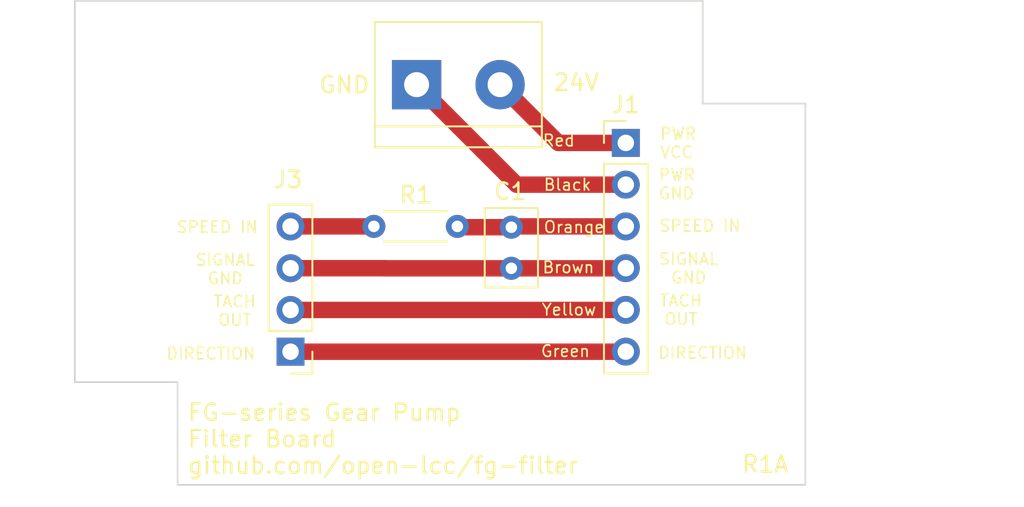
<source format=kicad_pcb>
(kicad_pcb (version 20221018) (generator pcbnew)
  (layers (0 "F.Cu" signal) (31 "B.Cu" signal) (34 "B.Paste" user) (35 "F.Paste" user) (36 "B.SilkS" user "B.Silkscreen") (37 "F.SilkS" user "F.Silkscreen") (38 "B.Mask" user) (39 "F.Mask" user) (44 "Edge.Cuts" user))
  (net 0 "")
  (net 1 "Net-(J3-SPEED_IN)")
  (net 2 "Net-(J1-SIGNAL_GND)")
  (net 3 "Net-(J1-PWR_VCC)")
  (net 4 "Net-(J1-PWR_GND)")
  (net 5 "Net-(J1-SPEED_IN)")
  (net 6 "Net-(J1-TACHO_OUT)")
  (net 7 "Net-(J1-DIRECTION)")
  (footprint "Connector_PinHeader_2.54mm:PinHeader_1x04_P2.54mm_Vertical" (layer "F.Cu") (at 44.5 92.1 180)
    (fp_text reference "J3" (at 0.15 10.475) (layer "F.SilkS"))
    (fp_text value "Screw_Terminal_01x04")
    (fp_line (start -1.33 -1.33) (end 0 -1.33) (stroke (width 0.12)) (layer "F.SilkS"))
    (fp_line (start -1.33 0) (end -1.33 -1.33) (stroke (width 0.12)) (layer "F.SilkS"))
    (fp_line (start -1.33 1.27) (end -1.33 8.95) (stroke (width 0.12)) (layer "F.SilkS"))
    (fp_line (start -1.33 1.27) (end 1.33 1.27) (stroke (width 0.12)) (layer "F.SilkS"))
    (fp_line (start -1.33 8.95) (end 1.33 8.95) (stroke (width 0.12)) (layer "F.SilkS"))
    (fp_line (start 1.33 1.27) (end 1.33 8.95) (stroke (width 0.12)) (layer "F.SilkS"))
    (pad "1" thru_hole rect (at 0 0 180) (size 1.7 1.7) (drill 1) (layers "*.Cu" "*.Mask") (net 7 "Net-(J1-DIRECTION)"))
    (pad "2" thru_hole oval (at 0 2.54 180) (size 1.7 1.7) (drill 1) (layers "*.Cu" "*.Mask") (net 6 "Net-(J1-TACHO_OUT)"))
    (pad "3" thru_hole oval (at 0 5.08 180) (size 1.7 1.7) (drill 1) (layers "*.Cu" "*.Mask") (net 2 "Net-(J1-SIGNAL_GND)"))
    (pad "4" thru_hole oval (at 0 7.62 180) (size 1.7 1.7) (drill 1) (layers "*.Cu" "*.Mask") (net 1 "Net-(J3-SPEED_IN)"))
  )
  (footprint "MountingHole:MountingHole_2.5mm" (layer "F.Cu") (at 66.075 97.2)
    (fp_text reference "H2" hide)
    (fp_text value "MountingHole")
    (pad "" np_thru_hole circle locked (at 0 0) (size 2.5 2.5) (drill 2.5) (layers "*.Cu" "*.Mask"))
  )
  (footprint "MountingHole:MountingHole_2.7mm" (layer "F.Cu") (at 72.6 82.125)
    (fp_text reference "REF**" hide)
    (fp_text value "MountingHole_2.7mm")
    (pad "" np_thru_hole circle locked (at 0 0) (size 2.7 2.7) (drill 2.7) (layers "F&B.Cu" "*.Mask"))
  )
  (footprint "Resistor_THT:R_Axial_DIN0204_L3.6mm_D1.6mm_P5.08mm_Horizontal" (layer "F.Cu") (at 49.57 84.475)
    (fp_text reference "R1" (at 2.54 -1.92) (layer "F.SilkS"))
    (fp_text value "R_Small")
    (fp_line (start 0.62 -0.92) (end 4.46 -0.92) (stroke (width 0.12)) (layer "F.SilkS"))
    (fp_line (start 0.62 0.92) (end 4.46 0.92) (stroke (width 0.12)) (layer "F.SilkS"))
    (pad "1" thru_hole circle (at 0 0) (size 1.4 1.4) (drill 0.7) (layers "*.Cu" "*.Mask") (net 1 "Net-(J3-SPEED_IN)"))
    (pad "2" thru_hole oval (at 5.08 0) (size 1.4 1.4) (drill 0.7) (layers "*.Cu" "*.Mask") (net 5 "Net-(J1-SPEED_IN)"))
  )
  (footprint "TerminalBlock:TerminalBlock_bornier-2_P5.08mm" (layer "F.Cu") (at 52.17 75.85)
    (fp_text reference "J2" hide)
    (fp_text value "Screw_Terminal_01x02" hide)
    (fp_line (start -2.54 -3.81) (end -2.54 3.81) (stroke (width 0.12)) (layer "F.SilkS"))
    (fp_line (start -2.54 3.81) (end 7.62 3.81) (stroke (width 0.12)) (layer "F.SilkS"))
    (fp_line (start 7.62 -3.81) (end -2.54 -3.81) (stroke (width 0.12)) (layer "F.SilkS"))
    (fp_line (start 7.62 2.54) (end -2.54 2.54) (stroke (width 0.12)) (layer "F.SilkS"))
    (fp_line (start 7.62 3.81) (end 7.62 -3.81) (stroke (width 0.12)) (layer "F.SilkS"))
    (pad "1" thru_hole rect (at 0 0) (size 3 3) (drill 1.52) (layers "*.Cu" "*.Mask") (net 4 "Net-(J1-PWR_GND)"))
    (pad "2" thru_hole circle (at 5.08 0) (size 3 3) (drill 1.52) (layers "*.Cu" "*.Mask") (net 3 "Net-(J1-PWR_VCC)"))
  )
  (footprint "Capacitor_THT:C_Rect_L4.6mm_W3.0mm_P2.50mm_MKS02_FKP02" (layer "F.Cu") (at 57.935 84.525 -90)
    (fp_text reference "C1" (at -2.175 0.075 -180) (layer "F.SilkS"))
    (fp_text value "C_Small")
    (fp_line (start -1.17 -1.62) (end -1.17 1.62) (stroke (width 0.12)) (layer "F.SilkS"))
    (fp_line (start -1.17 -1.62) (end 3.67 -1.62) (stroke (width 0.12)) (layer "F.SilkS"))
    (fp_line (start -1.17 1.62) (end 3.67 1.62) (stroke (width 0.12)) (layer "F.SilkS"))
    (fp_line (start 3.67 -1.62) (end 3.67 1.62) (stroke (width 0.12)) (layer "F.SilkS"))
    (pad "1" thru_hole circle (at 0 0 270) (size 1.4 1.4) (drill 0.7) (layers "*.Cu" "*.Mask") (net 5 "Net-(J1-SPEED_IN)"))
    (pad "2" thru_hole circle (at 2.5 0 270) (size 1.4 1.4) (drill 0.7) (layers "*.Cu" "*.Mask") (net 2 "Net-(J1-SIGNAL_GND)"))
  )
  (footprint "MountingHole:MountingHole_2.7mm" (layer "F.Cu") (at 72.55 89.725)
    (fp_text reference "REF**" hide)
    (fp_text value "MountingHole_2.7mm")
    (pad "" np_thru_hole circle locked (at 0 0) (size 2.7 2.7) (drill 2.7) (layers "F&B.Cu" "*.Mask"))
  )
  (footprint "MountingHole:MountingHole_2.7mm" (layer "F.Cu") (at 34.875 91.15)
    (fp_text reference "REF**" hide)
    (fp_text value "MountingHole_2.7mm")
    (pad "" np_thru_hole circle locked (at 0 0) (size 2.7 2.7) (drill 2.7) (layers "*.Cu" "*.Mask"))
  )
  (footprint "Connector_PinHeader_2.54mm:PinHeader_1x06_P2.54mm_Vertical" (layer "F.Cu") (at 64.9 79.395)
    (fp_text reference "J1" (at 0 -2.33) (layer "F.SilkS"))
    (fp_text value "Screw_Terminal_01x06")
    (fp_line (start -1.33 -1.33) (end 0 -1.33) (stroke (width 0.12)) (layer "F.SilkS"))
    (fp_line (start -1.33 0) (end -1.33 -1.33) (stroke (width 0.12)) (layer "F.SilkS"))
    (fp_line (start -1.33 1.27) (end -1.33 14.03) (stroke (width 0.12)) (layer "F.SilkS"))
    (fp_line (start -1.33 1.27) (end 1.33 1.27) (stroke (width 0.12)) (layer "F.SilkS"))
    (fp_line (start -1.33 14.03) (end 1.33 14.03) (stroke (width 0.12)) (layer "F.SilkS"))
    (fp_line (start 1.33 1.27) (end 1.33 14.03) (stroke (width 0.12)) (layer "F.SilkS"))
    (pad "1" thru_hole rect (at 0 0) (size 1.7 1.7) (drill 1) (layers "*.Cu" "*.Mask") (net 3 "Net-(J1-PWR_VCC)"))
    (pad "2" thru_hole oval (at 0 2.54) (size 1.7 1.7) (drill 1) (layers "*.Cu" "*.Mask") (net 4 "Net-(J1-PWR_GND)"))
    (pad "3" thru_hole oval (at 0 5.08) (size 1.7 1.7) (drill 1) (layers "*.Cu" "*.Mask") (net 5 "Net-(J1-SPEED_IN)"))
    (pad "4" thru_hole oval (at 0 7.62) (size 1.7 1.7) (drill 1) (layers "*.Cu" "*.Mask") (net 2 "Net-(J1-SIGNAL_GND)"))
    (pad "5" thru_hole oval (at 0 10.16) (size 1.7 1.7) (drill 1) (layers "*.Cu" "*.Mask") (net 6 "Net-(J1-TACHO_OUT)"))
    (pad "6" thru_hole oval (at 0 12.7) (size 1.7 1.7) (drill 1) (layers "*.Cu" "*.Mask") (net 7 "Net-(J1-DIRECTION)"))
  )
  (footprint "MountingHole:MountingHole_2.7mm" (layer "F.Cu") (at 34.925 83.55)
    (fp_text reference "REF**" hide)
    (fp_text value "MountingHole_2.7mm")
    (pad "" np_thru_hole circle locked (at 0 0) (size 2.7 2.7) (drill 2.7) (layers "F&B.Cu" "*.Mask"))
  )
  (footprint "MountingHole:MountingHole_2.5mm" (layer "F.Cu") (at 41.125 73.75)
    (fp_text reference "H1" hide)
    (fp_text value "MountingHole")
    (pad "" np_thru_hole circle locked (at 0 0) (size 2.5 2.5) (drill 2.5) (layers "*.Cu" "*.Mask"))
  )
  (gr_line (start 31.375 93.95) (end 31.375 70.75) (stroke (width 0.1)) (layer "Edge.Cuts"))
  (gr_line (start 75.825 100.2) (end 37.625 100.2) (stroke (width 0.1)) (layer "Edge.Cuts"))
  (gr_line (start 37.625 93.95) (end 37.625 100.2) (stroke (width 0.1)) (layer "Edge.Cuts"))
  (gr_line (start 31.375 93.95) (end 37.625 93.95) (stroke (width 0.1)) (layer "Edge.Cuts"))
  (gr_line (start 75.825 77) (end 69.575 77) (stroke (width 0.1)) (layer "Edge.Cuts"))
  (gr_line (start 31.375 70.75) (end 69.575 70.75) (stroke (width 0.1)) (layer "Edge.Cuts"))
  (gr_line (start 69.575 77) (end 69.575 70.75) (stroke (width 0.1)) (layer "Edge.Cuts"))
  (gr_line (start 75.825 77) (end 75.825 100.2) (stroke (width 0.1)) (layer "Edge.Cuts"))
  (gr_text "FG-series Gear Pump \nFilter Board\ngithub.com/open-lcc/fg-filter" (at 38.175 99.6) (layer "F.SilkS") (effects (font (size 1 1)) (justify left bottom)))
  (gr_text "TACH\nOUT" (at 41.1 90.575) (layer "F.SilkS") (effects (font (size 0.7 0.7) (thickness 0.1)) (justify bottom)))
  (gr_text "Brown" (at 59.775 87.375) (layer "F.SilkS") (effects (font (size 0.7 0.7) (thickness 0.1)) (justify left bottom)))
  (gr_text "Black" (at 59.85 82.35) (layer "F.SilkS") (effects (font (size 0.7 0.7) (thickness 0.1)) (justify left bottom)))
  (gr_text "SIGNAL\nGND" (at 68.725 88) (layer "F.SilkS") (effects (font (size 0.7 0.7) (thickness 0.1)) (justify bottom)))
  (gr_text "PWR\nGND" (at 66.85 82.875) (layer "F.SilkS") (effects (font (size 0.7 0.7) (thickness 0.1)) (justify left bottom)))
  (gr_text "TACH\nOUT" (at 68.25 90.525) (layer "F.SilkS") (effects (font (size 0.7 0.7) (thickness 0.1)) (justify bottom)))
  (gr_text "Orange" (at 59.85 84.925) (layer "F.SilkS") (effects (font (size 0.7 0.7) (thickness 0.1)) (justify left bottom)))
  (gr_text "Red" (at 59.79 79.66) (layer "F.SilkS") (effects (font (size 0.7 0.7) (thickness 0.1)) (justify left bottom)))
  (gr_text "R1A" (at 71.875 99.525) (layer "F.SilkS") (effects (font (size 1 1)) (justify left bottom)))
  (gr_text "SIGNAL\nGND" (at 40.525 88.05) (layer "F.SilkS") (effects (font (size 0.7 0.7) (thickness 0.1)) (justify bottom)))
  (gr_text "Yellow" (at 59.725 89.95) (layer "F.SilkS") (effects (font (size 0.7 0.7) (thickness 0.1)) (justify left bottom)))
  (gr_text "GND" (at 46.15 76.45) (layer "F.SilkS") (effects (font (size 1 1)) (justify left bottom)))
  (gr_text "DIRECTION" (at 69.575 92.575) (layer "F.SilkS") (effects (font (size 0.7 0.7) (thickness 0.1)) (justify bottom)))
  (gr_text "24V" (at 60.4 76.3) (layer "F.SilkS") (effects (font (size 1 1)) (justify left bottom)))
  (gr_text "SPEED IN" (at 66.875 84.85) (layer "F.SilkS") (effects (font (size 0.7 0.7) (thickness 0.1)) (justify left bottom)))
  (gr_text "Green" (at 59.675 92.475) (layer "F.SilkS") (effects (font (size 0.7 0.7) (thickness 0.1)) (justify left bottom)))
  (gr_text "DIRECTION" (at 39.65 92.625) (layer "F.SilkS") (effects (font (size 0.7 0.7) (thickness 0.1)) (justify bottom)))
  (gr_text "PWR\nVCC" (at 66.925 80.375) (layer "F.SilkS") (effects (font (size 0.7 0.7) (thickness 0.1)) (justify left bottom)))
  (gr_text "SPEED IN" (at 37.5 84.925) (layer "F.SilkS") (effects (font (size 0.7 0.7) (thickness 0.1)) (justify left bottom)))
  (segment (start 49.57 84.475) (end 44.505 84.475) (width 1) (layer "F.Cu") (net 1))
  (segment (start 44.505 84.475) (end 44.5 84.48) (width 1) (layer "F.Cu") (net 1))
  (segment (start 44.5 87.02) (end 50.22 87.02) (width 1) (layer "F.Cu") (net 2))
  (segment (start 50.22 87.02) (end 50.225 87.025) (width 1) (layer "F.Cu") (net 2))
  (segment (start 64.89 87.025) (end 64.9 87.015) (width 1) (layer "F.Cu") (net 2))
  (segment (start 50.225 87.025) (end 64.89 87.025) (width 1) (layer "F.Cu") (net 2))
  (segment (start 60.795 79.395) (end 57.25 75.85) (width 1) (layer "F.Cu") (net 3))
  (segment (start 64.9 79.395) (end 60.795 79.395) (width 1) (layer "F.Cu") (net 3))
  (segment (start 58.255 81.935) (end 52.17 75.85) (width 1) (layer "F.Cu") (net 4))
  (segment (start 64.9 81.935) (end 58.255 81.935) (width 1) (layer "F.Cu") (net 4))
  (segment (start 57.935 84.525) (end 54.7 84.525) (width 1) (layer "F.Cu") (net 5))
  (segment (start 64.85 84.525) (end 64.9 84.475) (width 1) (layer "F.Cu") (net 5))
  (segment (start 54.7 84.525) (end 54.65 84.475) (width 1) (layer "F.Cu") (net 5))
  (segment (start 64.9 84.475) (end 57.985 84.475) (width 1) (layer "F.Cu") (net 5))
  (segment (start 57.985 84.475) (end 57.935 84.525) (width 1) (layer "F.Cu") (net 5))
  (segment (start 64.895 89.56) (end 64.9 89.555) (width 1) (layer "F.Cu") (net 6))
  (segment (start 44.5 89.56) (end 64.895 89.56) (width 1) (layer "F.Cu") (net 6))
  (segment (start 44.5 92.1) (end 64.895 92.1) (width 1) (layer "F.Cu") (net 7))
  (segment (start 64.895 92.1) (end 64.9 92.095) (width 1) (layer "F.Cu") (net 7))
)
</source>
